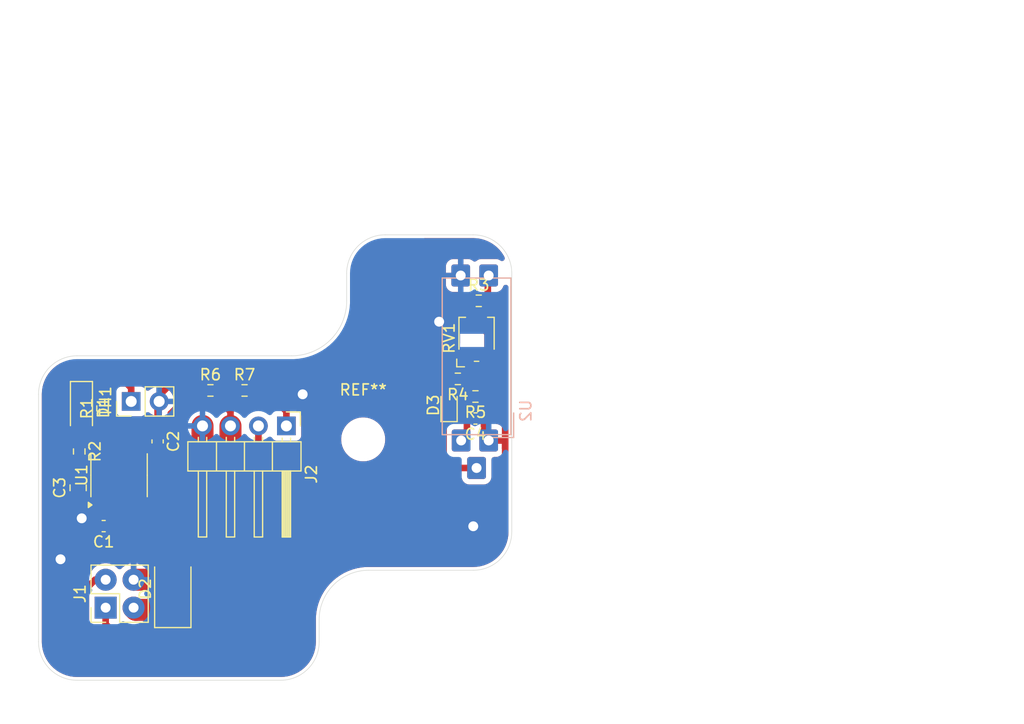
<source format=kicad_pcb>
(kicad_pcb (version 20240108) (generator "pcbnew") (generator_version "8.0")
  (layers (0 "F.Cu" signal) (31 "B.Cu" signal) (34 "B.Paste" user) (35 "F.Paste" user) (36 "B.SilkS" user "B.Silkscreen") (37 "F.SilkS" user "F.Silkscreen") (38 "B.Mask" user) (39 "F.Mask" user) (44 "Edge.Cuts" user))
  (net 0 "")
  (net 1 "/THR")
  (net 2 "GND")
  (net 3 "Net-(U1-CV)")
  (net 4 "+12V")
  (net 5 "Net-(D1-K)")
  (net 6 "Net-(D1-A)")
  (net 7 "/SPINDLE_SPEED")
  (net 8 "Net-(D3-A)")
  (net 9 "/FAN_SPEED")
  (net 10 "/PWM_5V")
  (net 11 "Net-(R3-Pad1)")
  (net 12 "Net-(U2-A)")
  (net 13 "/PWM")
  (footprint "Resistor_SMD:R_0603_1608Metric" (layer "F.Cu") (at 135.5 90.5)
    (property "Reference" "R3" (at 0 -1.43 360) (layer "F.SilkS"))
    (property "Value" "470")
    (fp_line (start -0.237258 -0.5225) (end 0.237258 -0.5225) (stroke (width 0.12)) (layer "F.SilkS"))
    (fp_line (start -0.237258 0.5225) (end 0.237258 0.5225) (stroke (width 0.12)) (layer "F.SilkS"))
    (pad "1" smd roundrect (at -0.825 0) (size 0.8 0.95) (layers "F.Cu" "F.Paste" "F.Mask") (net 11 "Net-(R3-Pad1)"))
    (pad "2" smd roundrect (at 0.825 0) (size 0.8 0.95) (layers "F.Cu" "F.Paste" "F.Mask") (net 12 "Net-(U2-A)"))
  )
  (footprint "Diode_SMD:D_0603_1608Metric" (layer "F.Cu") (at 132.8 100 90)
    (property "Reference" "D3" (at 0 -1.43 90) (layer "F.SilkS"))
    (property "Value" "LED")
    (fp_line (start 0.8 -0.735) (end -1.485 -0.735) (stroke (width 0.12)) (layer "F.SilkS"))
    (fp_line (start -1.485 -0.735) (end -1.485 0.735) (stroke (width 0.12)) (layer "F.SilkS"))
    (fp_line (start -1.485 0.735) (end 0.8 0.735) (stroke (width 0.12)) (layer "F.SilkS"))
    (pad "1" smd roundrect (at -0.7875 0 90) (size 0.875 0.95) (layers "F.Cu" "F.Paste" "F.Mask") (net 7 "/SPINDLE_SPEED"))
    (pad "2" smd roundrect (at 0.7875 0 90) (size 0.875 0.95) (layers "F.Cu" "F.Paste" "F.Mask") (net 8 "Net-(D3-A)"))
  )
  (footprint "Resistor_SMD:R_0603_1608Metric" (layer "F.Cu") (at 101.32 100.284908 90)
    (property "Reference" "R1" (at 0 -1.43 90) (layer "F.SilkS"))
    (property "Value" "15k")
    (fp_line (start -0.237258 -0.5225) (end 0.237258 -0.5225) (stroke (width 0.12)) (layer "F.SilkS"))
    (fp_line (start -0.237258 0.5225) (end 0.237258 0.5225) (stroke (width 0.12)) (layer "F.SilkS"))
    (pad "1" smd roundrect (at -0.825 0 90) (size 0.8 0.95) (layers "F.Cu" "F.Paste" "F.Mask") (net 1 "/THR"))
    (pad "2" smd roundrect (at 0.825 0 90) (size 0.8 0.95) (layers "F.Cu" "F.Paste" "F.Mask") (net 5 "Net-(D1-K)"))
  )
  (footprint "Connector_PinHeader_2.54mm:PinHeader_2x02_P2.54mm_Vertical" (layer "F.Cu") (at 101.6 118.4 90)
    (property "Reference" "J1" (at 1.27 -2.33 90) (layer "F.SilkS"))
    (property "Value" "GX12")
    (fp_line (start 3.87 -1.33) (end 3.87 3.87) (stroke (width 0.12)) (layer "F.SilkS"))
    (fp_line (start 1.27 -1.33) (end 3.87 -1.33) (stroke (width 0.12)) (layer "F.SilkS"))
    (fp_line (start -1.33 -1.33) (end 0 -1.33) (stroke (width 0.12)) (layer "F.SilkS"))
    (fp_line (start -1.33 0) (end -1.33 -1.33) (stroke (width 0.12)) (layer "F.SilkS"))
    (fp_line (start 1.27 1.27) (end 1.27 -1.33) (stroke (width 0.12)) (layer "F.SilkS"))
    (fp_line (start -1.33 1.27) (end 1.27 1.27) (stroke (width 0.12)) (layer "F.SilkS"))
    (fp_line (start -1.33 1.27) (end -1.33 3.87) (stroke (width 0.12)) (layer "F.SilkS"))
    (fp_line (start -1.33 3.87) (end 3.87 3.87) (stroke (width 0.12)) (layer "F.SilkS"))
    (pad "1" thru_hole rect (at 0 0 90) (size 2 2) (drill 0.9) (layers "*.Cu" "*.Mask") (net 9 "/FAN_SPEED"))
    (pad "2" thru_hole oval (at 2.54 0 90) (size 2 2) (drill 0.9) (layers "*.Cu" "*.Mask") (net 7 "/SPINDLE_SPEED"))
    (pad "3" thru_hole oval (at 2.54 2.54 90) (size 2 2) (drill 0.9) (layers "*.Cu" "*.Mask") (net 2 "GND"))
    (pad "4" thru_hole oval (at 0 2.54 90) (size 2 2) (drill 0.9) (layers "*.Cu" "*.Mask") (net 4 "+12V"))
  )
  (footprint "Resistor_SMD:R_0603_1608Metric" (layer "F.Cu") (at 114.22 98.65)
    (property "Reference" "R7" (at 0 -1.43 0) (layer "F.SilkS"))
    (property "Value" "1k")
    (fp_line (start -0.237258 -0.5225) (end 0.237258 -0.5225) (stroke (width 0.12)) (layer "F.SilkS"))
    (fp_line (start -0.237258 0.5225) (end 0.237258 0.5225) (stroke (width 0.12)) (layer "F.SilkS"))
    (pad "1" smd roundrect (at -0.825 0) (size 0.8 0.95) (layers "F.Cu" "F.Paste" "F.Mask") (net 10 "/PWM_5V"))
    (pad "2" smd roundrect (at 0.825 0) (size 0.8 0.95) (layers "F.Cu" "F.Paste" "F.Mask") (net 2 "GND"))
  )
  (footprint "Package_SO:SOIC-8_3.9x4.9mm_P1.27mm" (layer "F.Cu") (at 102.82 106.359908 90)
    (property "Reference" "U1" (at 0 -3.4 90) (layer "F.SilkS"))
    (property "Value" "NE555D")
    (fp_line (start 0 -2.56) (end 1.95 -2.56) (stroke (width 0.12)) (layer "F.SilkS"))
    (fp_line (start 0 -2.56) (end -1.95 -2.56) (stroke (width 0.12)) (layer "F.SilkS"))
    (fp_line (start 0 2.56) (end 1.95 2.56) (stroke (width 0.12)) (layer "F.SilkS"))
    (fp_line (start 0 2.56) (end -1.95 2.56) (stroke (width 0.12)) (layer "F.SilkS"))
    (fp_poly (pts (xy -2.7 -2.465) (xy -2.94 -2.795) (xy -2.46 -2.795) (xy -2.7 -2.465)) (stroke (width 0.12)) (fill solid) (layer "F.SilkS"))
    (pad "1" smd roundrect (at -2.475 -1.905 90) (size 1.95 0.6) (layers "F.Cu" "F.Paste" "F.Mask") (net 2 "GND"))
    (pad "2" smd roundrect (at -2.475 -0.635 90) (size 1.95 0.6) (layers "F.Cu" "F.Paste" "F.Mask") (net 1 "/THR"))
    (pad "3" smd roundrect (at -2.475 0.635 90) (size 1.95 0.6) (layers "F.Cu" "F.Paste" "F.Mask") (net 13 "/PWM"))
    (pad "4" smd roundrect (at -2.475 1.905 90) (size 1.95 0.6) (layers "F.Cu" "F.Paste" "F.Mask") (net 4 "+12V"))
    (pad "5" smd roundrect (at 2.475 1.905 90) (size 1.95 0.6) (layers "F.Cu" "F.Paste" "F.Mask") (net 3 "Net-(U1-CV)"))
    (pad "6" smd roundrect (at 2.475 0.635 90) (size 1.95 0.6) (layers "F.Cu" "F.Paste" "F.Mask") (net 1 "/THR"))
    (pad "7" smd roundrect (at 2.475 -0.635 90) (size 1.95 0.6) (layers "F.Cu" "F.Paste" "F.Mask") (net 6 "Net-(D1-A)"))
    (pad "8" smd roundrect (at 2.475 -1.905 90) (size 1.95 0.6) (layers "F.Cu" "F.Paste" "F.Mask") (net 4 "+12V"))
  )
  (footprint "Resistor_SMD:R_0603_1608Metric" (layer "F.Cu") (at 111.12 98.65)
    (property "Reference" "R6" (at 0 -1.43 0) (layer "F.SilkS"))
    (property "Value" "1.5k")
    (fp_line (start -0.237258 -0.5225) (end 0.237258 -0.5225) (stroke (width 0.12)) (layer "F.SilkS"))
    (fp_line (start -0.237258 0.5225) (end 0.237258 0.5225) (stroke (width 0.12)) (layer "F.SilkS"))
    (pad "1" smd roundrect (at -0.825 0) (size 0.8 0.95) (layers "F.Cu" "F.Paste" "F.Mask") (net 13 "/PWM"))
    (pad "2" smd roundrect (at 0.825 0) (size 0.8 0.95) (layers "F.Cu" "F.Paste" "F.Mask") (net 10 "/PWM_5V"))
  )
  (footprint "Resistor_SMD:R_0603_1608Metric" (layer "F.Cu") (at 133.6 97.6 180)
    (property "Reference" "R4" (at 0 -1.43 0) (layer "F.SilkS"))
    (property "Value" "10k")
    (fp_line (start -0.237258 0.5225) (end 0.237258 0.5225) (stroke (width 0.12)) (layer "F.SilkS"))
    (fp_line (start -0.237258 -0.5225) (end 0.237258 -0.5225) (stroke (width 0.12)) (layer "F.SilkS"))
    (pad "1" smd roundrect (at -0.825 0 180) (size 0.8 0.95) (layers "F.Cu" "F.Paste" "F.Mask") (net 8 "Net-(D3-A)"))
    (pad "2" smd roundrect (at 0.825 0 180) (size 0.8 0.95) (layers "F.Cu" "F.Paste" "F.Mask") (net 2 "GND"))
  )
  (footprint "Capacitor_SMD:C_0603_1608Metric" (layer "F.Cu") (at 106.32 103.284908 -90)
    (property "Reference" "C2" (at 0 -1.43 90) (layer "F.SilkS"))
    (property "Value" "100nF")
    (fp_line (start -0.14058 0.51) (end 0.14058 0.51) (stroke (width 0.12)) (layer "F.SilkS"))
    (fp_line (start -0.14058 -0.51) (end 0.14058 -0.51) (stroke (width 0.12)) (layer "F.SilkS"))
    (pad "1" smd roundrect (at -0.775 0 270) (size 0.9 0.95) (layers "F.Cu" "F.Paste" "F.Mask") (net 2 "GND"))
    (pad "2" smd roundrect (at 0.775 0 270) (size 0.9 0.95) (layers "F.Cu" "F.Paste" "F.Mask") (net 3 "Net-(U1-CV)"))
  )
  (footprint "MountingHole:MountingHole_3.5mm" (layer "F.Cu") (at 125 103.1)
    (property "Reference" "REF**" (at 0 -4.5 0) (layer "F.SilkS"))
    (property "Value" "MountingHole_3.5mm")
    (pad "" np_thru_hole circle (at 0 0) (size 3.5 3.5) (drill 3.5) (layers "*.Cu" "*.Mask"))
  )
  (footprint "Potentiometer_SMD:Potentiometer_Bourns_TC33X_Vertical" (layer "F.Cu") (at 135.3 93.9 90)
    (property "Reference" "RV1" (at 0 -2.5 90) (layer "F.SilkS"))
    (property "Value" "2k")
    (fp_line (start -1.9 -1.8) (end -2.6 -1.8) (stroke (width 0.12)) (layer "F.SilkS"))
    (fp_line (start -2.6 -1.8) (end -2.6 -1.1) (stroke (width 0.12)) (layer "F.SilkS"))
    (fp_line (start 1.9 -1.6) (end 1.9 -1) (stroke (width 0.12)) (layer "F.SilkS"))
    (fp_line (start -1 -1.6) (end 1.9 -1.6) (stroke (width 0.12)) (layer "F.SilkS"))
    (fp_line (start -2.1 -0.2) (end -2.1 0.2) (stroke (width 0.12)) (layer "F.SilkS"))
    (fp_line (start 1.9 1.6) (end 1.9 1) (stroke (width 0.12)) (layer "F.SilkS"))
    (fp_line (start -1 1.6) (end 1.9 1.6) (stroke (width 0.12)) (layer "F.SilkS"))
    (pad "1" smd rect (at -1.8 -1 90) (size 1.2 1.2) (layers "F.Cu" "F.Paste" "F.Mask") (net 4 "+12V"))
    (pad "2" smd rect (at 1.45 0 90) (size 1.5 1.6) (layers "F.Cu" "F.Paste" "F.Mask") (net 11 "Net-(R3-Pad1)"))
    (pad "3" smd rect (at -1.8 1 90) (size 1.2 1.2) (layers "F.Cu" "F.Paste" "F.Mask") (net 11 "Net-(R3-Pad1)"))
  )
  (footprint "Capacitor_SMD:C_0603_1608Metric" (layer "F.Cu") (at 135.2 101.2 180)
    (property "Reference" "C4" (at 0 -1.43 0) (layer "F.SilkS"))
    (property "Value" "100nF")
    (fp_line (start -0.14058 0.51) (end 0.14058 0.51) (stroke (width 0.12)) (layer "F.SilkS"))
    (fp_line (start -0.14058 -0.51) (end 0.14058 -0.51) (stroke (width 0.12)) (layer "F.SilkS"))
    (pad "1" smd roundrect (at -0.775 0 180) (size 0.9 0.95) (layers "F.Cu" "F.Paste" "F.Mask") (net 2 "GND"))
    (pad "2" smd roundrect (at 0.775 0 180) (size 0.9 0.95) (layers "F.Cu" "F.Paste" "F.Mask") (net 4 "+12V"))
  )
  (footprint "Capacitor_SMD:C_0805_2012Metric" (layer "F.Cu") (at 99.1 107.5 90)
    (property "Reference" "C3" (at 0 -1.68 90) (layer "F.SilkS"))
    (property "Value" "10µF")
    (fp_line (start -0.261252 -0.735) (end 0.261252 -0.735) (stroke (width 0.12)) (layer "F.SilkS"))
    (fp_line (start -0.261252 0.735) (end 0.261252 0.735) (stroke (width 0.12)) (layer "F.SilkS"))
    (pad "1" smd roundrect (at -0.95 0 90) (size 1 1.45) (layers "F.Cu" "F.Paste" "F.Mask") (net 2 "GND"))
    (pad "2" smd roundrect (at 0.95 0 90) (size 1 1.45) (layers "F.Cu" "F.Paste" "F.Mask") (net 4 "+12V"))
  )
  (footprint "Resistor_SMD:R_0603_1608Metric" (layer "F.Cu") (at 135.2 99.2 180)
    (property "Reference" "R5" (at 0 -1.43 0) (layer "F.SilkS"))
    (property "Value" "15k")
    (fp_line (start -0.237258 0.5225) (end 0.237258 0.5225) (stroke (width 0.12)) (layer "F.SilkS"))
    (fp_line (start -0.237258 -0.5225) (end 0.237258 -0.5225) (stroke (width 0.12)) (layer "F.SilkS"))
    (pad "1" smd roundrect (at -0.825 0 180) (size 0.8 0.95) (layers "F.Cu" "F.Paste" "F.Mask") (net 4 "+12V"))
    (pad "2" smd roundrect (at 0.825 0 180) (size 0.8 0.95) (layers "F.Cu" "F.Paste" "F.Mask") (net 8 "Net-(D3-A)"))
  )
  (footprint "Diode_SMD:D_SMA" (layer "F.Cu") (at 107.7 116.7 90)
    (property "Reference" "D2" (at 0 -2.5 90) (layer "F.SilkS"))
    (property "Value" "SMAJ13")
    (fp_line (start -3.51 -1.65) (end 2 -1.65) (stroke (width 0.12)) (layer "F.SilkS"))
    (fp_line (start -3.51 -1.65) (end -3.51 1.65) (stroke (width 0.12)) (layer "F.SilkS"))
    (fp_line (start -3.51 1.65) (end 2 1.65) (stroke (width 0.12)) (layer "F.SilkS"))
    (pad "1" smd roundrect (at -2 0 90) (size 2.5 1.8) (layers "F.Cu" "F.Paste" "F.Mask") (roundrect_rratio 0.1388888889) (net 4 "+12V"))
    (pad "2" smd roundrect (at 2 0 90) (size 2.5 1.8) (layers "F.Cu" "F.Paste" "F.Mask") (roundrect_rratio 0.1388888889) (net 2 "GND"))
  )
  (footprint "Capacitor_SMD:C_0603_1608Metric" (layer "F.Cu") (at 101.42 110.984908 180)
    (property "Reference" "C1" (at 0 -1.43 0) (layer "F.SilkS"))
    (property "Value" "10nF")
    (fp_line (start -0.14058 0.51) (end 0.14058 0.51) (stroke (width 0.12)) (layer "F.SilkS"))
    (fp_line (start -0.14058 -0.51) (end 0.14058 -0.51) (stroke (width 0.12)) (layer "F.SilkS"))
    (pad "1" smd roundrect (at -0.775 0 180) (size 0.9 0.95) (layers "F.Cu" "F.Paste" "F.Mask") (net 1 "/THR"))
    (pad "2" smd roundrect (at 0.775 0 180) (size 0.9 0.95) (layers "F.Cu" "F.Paste" "F.Mask") (net 2 "GND"))
  )
  (footprint "Resistor_SMD:R_0603_1608Metric" (layer "F.Cu") (at 99.2 104.2 -90)
    (property "Reference" "R2" (at 0 -1.43 90) (layer "F.SilkS"))
    (property "Value" "15k")
    (fp_line (start -0.237258 0.5225) (end 0.237258 0.5225) (stroke (width 0.12)) (layer "F.SilkS"))
    (fp_line (start -0.237258 -0.5225) (end 0.237258 -0.5225) (stroke (width 0.12)) (layer "F.SilkS"))
    (pad "1" smd roundrect (at -0.825 0 270) (size 0.8 0.95) (layers "F.Cu" "F.Paste" "F.Mask") (net 6 "Net-(D1-A)"))
    (pad "2" smd roundrect (at 0.825 0 270) (size 0.8 0.95) (layers "F.Cu" "F.Paste" "F.Mask") (net 4 "+12V"))
  )
  (footprint "Connector_PinHeader_2.54mm:PinHeader_1x02_P2.54mm_Vertical" (layer "F.Cu") (at 103.92 99.65 90)
    (property "Reference" "TH1" (at 0 -2.33 90) (layer "F.SilkS"))
    (property "Value" "NTC 100k")
    (fp_line (start -1.33 -1.33) (end 0 -1.33) (stroke (width 0.12)) (layer "F.SilkS"))
    (fp_line (start -1.33 0) (end -1.33 -1.33) (stroke (width 0.12)) (layer "F.SilkS"))
    (fp_line (start 1.33 1.27) (end 1.33 3.87) (stroke (width 0.12)) (layer "F.SilkS"))
    (fp_line (start -1.33 1.27) (end 1.33 1.27) (stroke (width 0.12)) (layer "F.SilkS"))
    (fp_line (start -1.33 1.27) (end -1.33 3.87) (stroke (width 0.12)) (layer "F.SilkS"))
    (fp_line (start -1.33 3.87) (end 1.33 3.87) (stroke (width 0.12)) (layer "F.SilkS"))
    (pad "1" thru_hole rect (at 0 0 90) (size 1.7 1.7) (drill 1) (layers "*.Cu" "*.Mask") (net 5 "Net-(D1-K)"))
    (pad "2" thru_hole oval (at 0 2.54 90) (size 1.7 1.7) (drill 1) (layers "*.Cu" "*.Mask") (net 2 "GND"))
  )
  (footprint "Connector_PinHeader_2.54mm:PinHeader_1x04_P2.54mm_Horizontal" (layer "F.Cu") (at 118.02 101.875 -90)
    (property "Reference" "J2" (at 4.385 -2.27 90) (layer "F.SilkS"))
    (property "Value" "Fan")
    (fp_line (start 1.44 8.95) (end 4.1 8.95) (stroke (width 0.12)) (layer "F.SilkS"))
    (fp_line (start 4.1 8.95) (end 4.1 -1.33) (stroke (width 0.12)) (layer "F.SilkS"))
    (fp_line (start 1.042929 8) (end 1.44 8) (stroke (width 0.12)) (layer "F.SilkS"))
    (fp_line (start 10.1 8) (end 4.1 8) (stroke (width 0.12)) (layer "F.SilkS"))
    (fp_line (start 1.042929 7.24) (end 1.44 7.24) (stroke (width 0.12)) (layer "F.SilkS"))
    (fp_line (start 4.1 7.24) (end 10.1 7.24) (stroke (width 0.12)) (layer "F.SilkS"))
    (fp_line (start 10.1 7.24) (end 10.1 8) (stroke (width 0.12)) (layer "F.SilkS"))
    (fp_line (start 1.44 6.35) (end 4.1 6.35) (stroke (width 0.12)) (layer "F.SilkS"))
    (fp_line (start 1.042929 5.46) (end 1.44 5.46) (stroke (width 0.12)) (layer "F.SilkS"))
    (fp_line (start 10.1 5.46) (end 4.1 5.46) (stroke (width 0.12)) (layer "F.SilkS"))
    (fp_line (start 1.042929 4.7) (end 1.44 4.7) (stroke (width 0.12)) (layer "F.SilkS"))
    (fp_line (start 4.1 4.7) (end 10.1 4.7) (stroke (width 0.12)) (layer "F.SilkS"))
    (fp_line (start 10.1 4.7) (end 10.1 5.46) (stroke (width 0.12)) (layer "F.SilkS"))
    (fp_line (start 1.44 3.81) (end 4.1 3.81) (stroke (width 0.12)) (layer "F.SilkS"))
    (fp_line (start 1.042929 2.92) (end 1.44 2.92) (stroke (width 0.12)) (layer "F.SilkS"))
    (fp_line (start 10.1 2.92) (end 4.1 2.92) (stroke (width 0.12)) (layer "F.SilkS"))
    (fp_line (start 1.042929 2.16) (end 1.44 2.16) (stroke (width 0.12)) (layer "F.SilkS"))
    (fp_line (start 4.1 2.16) (end 10.1 2.16) (stroke (width 0.12)) (layer "F.SilkS"))
    (fp_line (start 10.1 2.16) (end 10.1 2.92) (stroke (width 0.12)) (layer "F.SilkS"))
    (fp_line (start 1.44 1.27) (end 4.1 1.27) (stroke (width 0.12)) (layer "F.SilkS"))
    (fp_line (start 1.11 0.38) (end 1.44 0.38) (stroke (width 0.12)) (layer "F.SilkS"))
    (fp_line (start 10.1 0.38) (end 4.1 0.38) (stroke (width 0.12)) (layer "F.SilkS"))
    (fp_line (start 4.1 0.28) (end 10.1 0.28) (stroke (width 0.12)) (layer "F.SilkS"))
    (fp_line (start 4.1 0.16) (end 10.1 0.16) (stroke (width 0.12)) (layer "F.SilkS"))
    (fp_line (start 4.1 0.04) (end 10.1 0.04) (stroke (width 0.12)) (layer "F.SilkS"))
    (fp_line (start -1.27 0) (end -1.27 -1.27) (stroke (width 0.12)) (layer "F.SilkS"))
    (fp_line (start 4.1 -0.08) (end 10.1 -0.08) (stroke (width 0.12)) (layer "F.SilkS"))
    (fp_line (start 4.1 -0.2) (end 10.1 -0.2) (stroke (width 0.12)) (layer "F.SilkS"))
    (fp_line (start 4.1 -0.32) (end 10.1 -0.32) (stroke (width 0.12)) (layer "F.SilkS"))
    (fp_line (start 1.11 -0.38) (end 1.44 -0.38) (stroke (width 0.12)) (layer "F.SilkS"))
    (fp_line (start 4.1 -0.38) (end 10.1 -0.38) (stroke (width 0.12)) (layer "F.SilkS"))
    (fp_line (start 10.1 -0.38) (end 10.1 0.38) (stroke (width 0.12)) (layer "F.SilkS"))
    (fp_line (start -1.27 -1.27) (end 0 -1.27) (stroke (width 0.12)) (layer "F.SilkS"))
    (fp_line (start 1.44 -1.33) (end 1.44 8.95) (stroke (width 0.12)) (layer "F.SilkS"))
    (fp_line (start 4.1 -1.33) (end 1.44 -1.33) (stroke (width 0.12)) (layer "F.SilkS"))
    (pad "1" thru_hole rect (at 0 0 270) (size 1.7 1.7) (drill 1) (layers "*.Cu" "*.Mask") (net 10 "/PWM_5V"))
    (pad "2" thru_hole oval (at 0 2.54 270) (size 1.7 1.7) (drill 1) (layers "*.Cu" "*.Mask") (net 9 "/FAN_SPEED"))
    (pad "3" thru_hole oval (at 0 5.08 270) (size 1.7 1.7) (drill 1) (layers "*.Cu" "*.Mask") (net 4 "+12V"))
    (pad "4" thru_hole oval (at 0 7.62 270) (size 1.7 1.7) (drill 1) (layers "*.Cu" "*.Mask") (net 2 "GND"))
  )
  (footprint "Diode_SMD:D_SOD-123" (layer "F.Cu") (at 99.4 100.2 -90)
    (property "Reference" "D1" (at 0 -2 90) (layer "F.SilkS"))
    (property "Value" "BAT54W")
    (fp_line (start -2.36 1) (end 1.65 1) (stroke (width 0.12)) (layer "F.SilkS"))
    (fp_line (start -2.36 -1) (end -2.36 1) (stroke (width 0.12)) (layer "F.SilkS"))
    (fp_line (start -2.36 -1) (end 1.65 -1) (stroke (width 0.12)) (layer "F.SilkS"))
    (pad "1" smd roundrect (at -1.65 0 270) (size 0.9 1.2) (layers "F.Cu" "F.Paste" "F.Mask") (net 5 "Net-(D1-K)"))
    (pad "2" smd roundrect (at 1.65 0 270) (size 0.9 1.2) (layers "F.Cu" "F.Paste" "F.Mask") (net 6 "Net-(D1-A)"))
  )
  (footprint "OptoDevice:Kodenshi_LG206D" (layer "B.Cu") (at 135.4 95.7 90)
    (property "Reference" "U2" (at -4.8 4.37 -90) (layer "B.SilkS") (effects (justify mirror)))
    (property "Value" "SY310")
    (fp_line (start 7.27 -3.22) (end 7.27 3.02) (stroke (width 0.12)) (layer "B.SilkS"))
    (fp_line (start -6.97 -3.22) (end 7.27 -3.22) (stroke (width 0.12)) (layer "B.SilkS"))
    (fp_line (start 7.27 3.02) (end -6.97 3.02) (stroke (width 0.12)) (layer "B.SilkS"))
    (fp_line (start -6.97 3.02) (end -6.97 -3.22) (stroke (width 0.12)) (layer "B.SilkS"))
    (fp_line (start -5 3.27) (end -7.23 3.27) (stroke (width 0.12)) (layer "B.SilkS"))
    (fp_line (start -7.23 3.27) (end -7.23 1.17) (stroke (width 0.12)) (layer "B.SilkS"))
    (pad "1" thru_hole roundrect (at -7.5 -1.5 90) (size 2 1.7) (drill 0.9) (layers "*.Cu" "*.Mask") (roundrect_rratio 0.125) (net 4 "+12V"))
    (pad "2" thru_hole roundrect (at -10 -0.1 90) (size 2 1.7) (drill 0.9) (layers "*.Cu" "*.Mask") (roundrect_rratio 0.125) (net 7 "/SPINDLE_SPEED"))
    (pad "3" thru_hole roundrect (at -7.5 1 90) (size 2 1.7) (drill 0.9) (layers "*.Cu" "*.Mask") (roundrect_rratio 0.125) (net 2 "GND"))
    (pad "4" thru_hole roundrect (at 7.5 1 90) (size 2 1.7) (drill 0.9) (layers "*.Cu" "*.Mask") (roundrect_rratio 0.125) (net 12 "Net-(U2-A)"))
    (pad "5" thru_hole roundrect (at 7.5 -1.54 90) (size 2 1.7) (drill 0.9) (layers "*.Cu" "*.Mask") (roundrect_rratio 0.125) (net 2 "GND"))
  )
  (gr_arc (start 95.5 99) (mid 96.525126 96.525126) (end 99 95.5) (stroke (width 0.05)) (layer "Edge.Cuts"))
  (gr_arc (start 135 84.5) (mid 137.474874 85.525126) (end 138.5 88) (stroke (width 0.05)) (layer "Edge.Cuts"))
  (gr_line (start 117.5 125) (end 99 125) (stroke (width 0.05)) (layer "Edge.Cuts"))
  (gr_arc (start 123.5 90.5) (mid 122.035534 94.035534) (end 118.5 95.5) (stroke (width 0.05)) (layer "Edge.Cuts"))
  (gr_line (start 127 84.5) (end 135 84.5) (stroke (width 0.05)) (layer "Edge.Cuts"))
  (gr_arc (start 123.5 88) (mid 124.525126 85.525126) (end 127 84.5) (stroke (width 0.05)) (layer "Edge.Cuts"))
  (gr_line (start 99 95.5) (end 118.5 95.5) (stroke (width 0.05)) (layer "Edge.Cuts"))
  (gr_line (start 95.5 121.5) (end 95.5 99) (stroke (width 0.05)) (layer "Edge.Cuts"))
  (gr_line (start 138.5 111.5) (end 138.5 88) (stroke (width 0.05)) (layer "Edge.Cuts"))
  (gr_line (start 123.5 90.5) (end 123.5 88) (stroke (width 0.05)) (layer "Edge.Cuts"))
  (gr_line (start 121 119.5) (end 121 121.5) (stroke (width 0.05)) (layer "Edge.Cuts"))
  (gr_arc (start 99 125) (mid 96.525126 123.974874) (end 95.5 121.5) (stroke (width 0.05)) (layer "Edge.Cuts"))
  (gr_arc (start 121 119.5) (mid 122.318019 116.318019) (end 125.5 115) (stroke (width 0.05)) (layer "Edge.Cuts"))
  (gr_arc (start 138.5 111.5) (mid 137.474874 113.974874) (end 135 115) (stroke (width 0.05)) (layer "Edge.Cuts"))
  (gr_arc (start 121 121.5) (mid 119.974874 123.974874) (end 117.5 125) (stroke (width 0.05)) (layer "Edge.Cuts"))
  (gr_line (start 135 115) (end 125.5 115) (stroke (width 0.05)) (layer "Edge.Cuts"))
  (gr_text "FANCTRL\n2024" (at 129.9 95.3 90) (layer "F.Cu") (effects (font (size 1.5 1.5) (thickness 0.3) (bold yes)) (justify left bottom)))
  (segment (start 102.185 107.219908) (end 103.455 105.949908) (width 0.6) (layer "F.Cu") (net 1))
  (segment (start 103.455 105.949908) (end 103.455 103.884908) (width 0.6) (layer "F.Cu") (net 1))
  (segment (start 102.185 108.834908) (end 102.185 110.974908) (width 0.6) (layer "F.Cu") (net 1))
  (segment (start 103.455 102.155) (end 102.409908 101.109908) (width 0.6) (layer "F.Cu") (net 1))
  (segment (start 102.185 110.974908) (end 102.195 110.984908) (width 0.6) (layer "F.Cu") (net 1))
  (segment (start 103.455 103.884908) (end 103.455 102.155) (width 0.6) (layer "F.Cu") (net 1))
  (segment (start 102.409908 101.109908) (end 101.32 101.109908) (width 0.6) (layer "F.Cu") (net 1))
  (segment (start 102.185 108.834908) (end 102.185 107.219908) (width 0.6) (layer "F.Cu") (net 1))
  (segment (start 114.87 97.5) (end 108.07 97.5) (width 0.6) (layer "F.Cu") (net 2))
  (segment (start 100.915 110.714908) (end 100.645 110.984908) (width 0.6) (layer "F.Cu") (net 2))
  (segment (start 106.74 115.86) (end 110.4 112.2) (width 2) (layer "F.Cu") (net 2))
  (segment (start 106.32 99.79) (end 106.46 99.65) (width 0.6) (layer "F.Cu") (net 2))
  (segment (start 108.07 97.5) (end 106.46 99.11) (width 0.6) (layer "F.Cu") (net 2))
  (segment (start 114.97 97.6) (end 114.87 97.5) (width 0.6) (layer "F.Cu") (net 2))
  (segment (start 137.9 109) (end 135.9 111) (width 0.6) (layer "F.Cu") (net 2))
  (segment (start 137.9 103.9) (end 137.9 109) (width 0.6) (layer "F.Cu") (net 2))
  (segment (start 104.14 115.86) (end 106.74 115.86) (width 2) (layer "F.Cu") (net 2))
  (segment (start 99.484908 108.834908) (end 99.1 108.45) (width 0.6) (layer "F.Cu") (net 2))
  (segment (start 106.32 102.509908) (end 106.32 99.79) (width 0.6) (layer "F.Cu") (net 2))
  (segment (start 100.915 108.834908) (end 99.484908 108.834908) (width 0.6) (layer "F.Cu") (net 2))
  (segment (start 132.775 97.6) (end 114.97 97.6) (width 0.6) (layer "F.Cu") (net 2))
  (segment (start 135.975 101.2) (end 135.975 102.775) (width 0.6) (layer "F.Cu") (net 2))
  (segment (start 135.975 102.775) (end 136.4 103.2) (width 0.6) (layer "F.Cu") (net 2))
  (segment (start 110.4 105.25) (end 110.4 103.15) (width 2) (layer "F.Cu") (net 2))
  (segment (start 119.5 99) (end 119.15 98.65) (width 0.6) (layer "F.Cu") (net 2))
  (segment (start 135.9 111) (end 135 111) (width 0.6) (layer "F.Cu") (net 2))
  (segment (start 137.9 103.2) (end 137.9 103.9) (width 0.6) (layer "F.Cu") (net 2))
  (segment (start 110.125 110.625) (end 110.4 110.35) (width 0.6) (layer "F.Cu") (net 2))
  (segment (start 119.15 98.65) (end 115.045 98.65) (width 0.6) (layer "F.Cu") (net 2))
  (segment (start 100.915 108.834908) (end 100.915 110.714908) (width 0.6) (layer "F.Cu") (net 2))
  (segment (start 106.46 99.11) (end 106.46 99.65) (width 0.6) (layer "F.Cu") (net 2))
  (segment (start 100.13265 110.984908) (end 100.645 110.984908) (width 0.6) (layer "F.Cu") (net 2))
  (segment (start 115.045 97.675) (end 114.87 97.5) (width 0.6) (layer "F.Cu") (net 2))
  (segment (start 110.15 102.9) (end 110.4 103.15) (width 0.6) (layer "F.Cu") (net 2))
  (segment (start 136.4 103.2) (end 137.9 103.2) (width 0.6) (layer "F.Cu") (net 2))
  (segment (start 99.423871 110.276129) (end 100.13265 110.984908) (width 0.6) (layer "F.Cu") (net 2))
  (segment (start 110.4 103.15) (end 110.4 101.875) (width 2) (layer "F.Cu") (net 2))
  (segment (start 133.775 88.285) (end 133.86 88.2) (width 0.6) (layer "F.Cu") (net 2))
  (segment (start 110.4 110.35) (end 110.4 105.25) (width 0.6) (layer "F.Cu") (net 2))
  (segment (start 115.045 98.65) (end 115.045 97.675) (width 0.6) (layer "F.Cu") (net 2))
  (segment (start 137.9 103.9) (end 137.9 100.6) (width 0.6) (layer "F.Cu") (net 2))
  (segment (start 110.4 112.2) (end 110.4 105.25) (width 2) (layer "F.Cu") (net 2))
  (via (at 131.9 92.4) (size 2) (drill 0.9) (layers "F.Cu" "B.Cu") (net 2))
  (via (at 97.5 114) (size 2) (drill 0.9) (layers "F.Cu" "B.Cu") (net 2))
  (via (at 119.5 99) (size 2) (drill 0.9) (layers "F.Cu" "B.Cu") (net 2))
  (via (at 99.423871 110.276129) (size 2) (drill 0.9) (layers "F.Cu" "B.Cu") (net 2))
  (via (at 135 111) (size 2) (drill 0.9) (layers "F.Cu" "B.Cu") (net 2))
  (segment (start 106.32 104.059908) (end 104.9 104.059908) (width 0.6) (layer "F.Cu") (net 3))
  (segment (start 104.9 104.059908) (end 104.725 103.884908) (width 0.6) (layer "F.Cu") (net 3))
  (segment (start 99.2 105.025) (end 99.2 106.45) (width 0.6) (layer "F.Cu") (net 4))
  (segment (start 99.1 106.55) (end 100.05 106.55) (width 0.6) (layer "F.Cu") (net 4))
  (segment (start 136.025 99.50204) (end 134.425 101.10204) (width 0.6) (layer "F.Cu") (net 4))
  (segment (start 109.62 100.05) (end 108.42 101.25) (width 0.6) (layer "F.Cu") (net 4))
  (segment (start 97.6 105.495) (end 97.6 106.7) (width 0.6) (layer "F.Cu") (net 4))
  (segment (start 97.6 111.4) (end 98.3 112.1) (width 0.6) (layer "F.Cu") (net 4))
  (segment (start 133.7 96.3) (end 99.2 96.3) (width 0.6) (layer "F.Cu") (net 4))
  (segment (start 100.915 105.685) (end 100.915 103.884908) (width 0.6) (layer "F.Cu") (net 4))
  (segment (start 97.95 106.55) (end 99.1 106.55) (width 0.6) (layer "F.Cu") (net 4))
  (segment (start 112.94 113.36) (end 107.7 118.6) (width 2) (layer "F.Cu") (net 4))
  (segment (start 112.94 101.875) (end 112.94 100.57) (width 0.6) (layer "F.Cu") (net 4))
  (segment (start 103.225 112.1) (end 104.725 110.6) (width 0.6) (layer "F.Cu") (net 4))
  (segment (start 112.42 100.05) (end 109.62 100.05) (width 0.6) (layer "F.Cu") (net 4))
  (segment (start 134.425 101.2) (end 134.425 102.675) (width 0.6) (layer "F.Cu") (net 4))
  (segment (start 107.7 118.6) (end 104.34 118.6) (width 2) (layer "F.Cu") (net 4))
  (segment (start 99.2 106.45) (end 99.1 106.55) (width 0.6) (layer "F.Cu") (net 4))
  (segment (start 108.42 101.25) (end 108.42 107.88) (width 0.6) (layer "F.Cu") (net 4))
  (segment (start 97.6 106.7) (end 97.7 106.8) (width 0.6) (layer "F.Cu") (net 4))
  (segment (start 134.736912 96.3) (end 136.025 97.588088) (width 0.6) (layer "F.Cu") (net 4))
  (segment (start 97.7 106.8) (end 97.95 106.55) (width 0.6) (layer "F.Cu") (net 4))
  (segment (start 134.425 101.10204) (end 134.425 101.2) (width 0.6) (layer "F.Cu") (net 4))
  (segment (start 136.025 99.2) (end 136.025 99.50204) (width 0.6) (layer "F.Cu") (net 4))
  (segment (start 105.7 110.6) (end 104.725 110.6) (width 0.6) (layer "F.Cu") (net 4))
  (segment (start 99.2 96.3) (end 97.6 97.9) (width 0.6) (layer "F.Cu") (net 4))
  (segment (start 112.94 101.875) (end 112.94 113.36) (width 2) (layer "F.Cu") (net 4))
  (segment (start 136.025 97.588088) (end 136.025 99.2) (width 0.6) (layer "F.Cu") (net 4))
  (segment (start 104.34 118.6) (end 104.14 118.4) (width 2) (layer "F.Cu") (net 4))
  (segment (start 134.3 95.7) (end 133.7 96.3) (width 0.6) (layer "F.Cu") (net 4))
  (segment (start 97.6 105.495) (end 97.6 111.4) (width 0.6) (layer "F.Cu") (net 4))
  (segment (start 133.7 96.3) (end 134.736912 96.3) (width 0.6) (layer "F.Cu") (net 4))
  (segment (start 104.725 110.6) (end 104.725 108.834908) (width 0.6) (layer "F.Cu") (net 4))
  (segment (start 134.425 102.675) (end 133.9 103.2) (width 0.6) (layer "F.Cu") (net 4))
  (segment (start 112.94 100.57) (end 112.42 100.05) (width 0.6) (layer "F.Cu") (net 4))
  (segment (start 108.42 107.88) (end 105.7 110.6) (width 0.6) (layer "F.Cu") (net 4))
  (segment (start 100.05 106.55) (end 100.915 105.685) (width 0.6) (layer "F.Cu") (net 4))
  (segment (start 97.6 97.9) (end 97.6 105.495) (width 0.6) (layer "F.Cu") (net 4))
  (segment (start 98.3 112.1) (end 103.225 112.1) (width 0.6) (layer "F.Cu") (net 4))
  (segment (start 103.5 98) (end 101.5 98) (width 0.6) (layer "F.Cu") (net 5))
  (segment (start 101.32 98.18) (end 101.5 98) (width 0.6) (layer "F.Cu") (net 5))
  (segment (start 103.92 98.42) (end 103.5 98) (width 0.6) (layer "F.Cu") (net 5))
  (segment (start 101.5 98) (end 99.95 98) (width 0.6) (layer "F.Cu") (net 5))
  (segment (start 101.32 99.459908) (end 101.32 98.18) (width 0.6) (layer "F.Cu") (net 5))
  (segment (start 103.92 99.65) (end 103.92 98.42) (width 0.6) (layer "F.Cu") (net 5))
  (segment (start 99.95 98) (end 99.4 98.55) (width 0.6) (layer "F.Cu") (net 5))
  (segment (start 99.2 103.375) (end 99.2 102.05) (width 0.6) (layer "F.Cu") (net 6))
  (segment (start 99.2 102.05) (end 99.4 101.85) (width 0.6) (layer "F.Cu") (net 6))
  (segment (start 102.185 103.884908) (end 102.185 102.909909) (width 0.6) (layer "F.Cu") (net 6))
  (segment (start 101.475091 102.2) (end 99.75 102.2) (width 0.6) (layer "F.Cu") (net 6))
  (segment (start 99.75 102.2) (end 99.4 101.85) (width 0.6) (layer "F.Cu") (net 6))
  (segment (start 102.185 102.909909) (end 101.475091 102.2) (width 0.6) (layer "F.Cu") (net 6))
  (segment (start 100.64 115.86) (end 99.8 116.7) (width 0.6) (layer "F.Cu") (net 7))
  (segment (start 101.4 121.5) (end 111 121.5) (width 0.6) (layer "F.Cu") (net 7))
  (segment (start 101.6 115.86) (end 100.64 115.86) (width 0.6) (layer "F.Cu") (net 7))
  (segment (start 99.8 119.9) (end 101.4 121.5) (width 0.6) (layer "F.Cu") (net 7))
  (segment (start 111 121.5) (end 122.7 109.8) (width 0.6) (layer "F.Cu") (net 7))
  (segment (start 128.2 109.8) (end 132.3 105.7) (width 0.6) (layer "F.Cu") (net 7))
  (segment (start 99.8 116.7) (end 99.8 119.9) (width 0.6) (layer "F.Cu") (net 7))
  (segment (start 132.3 105.7) (end 135.3 105.7) (width 0.6) (layer "F.Cu") (net 7))
  (segment (start 132.3 105.7) (end 132.3 101.2875) (width 0.6) (layer "F.Cu") (net 7))
  (segment (start 122.7 109.8) (end 128.2 109.8) (width 0.6) (layer "F.Cu") (net 7))
  (segment (start 132.3 101.2875) (end 132.8 100.7875) (width 0.6) (layer "F.Cu") (net 7))
  (segment (start 134.425 99.15) (end 134.375 99.2) (width 0.6) (layer "F.Cu") (net 8))
  (segment (start 132.8 99.2125) (end 134.3625 99.2125) (width 0.6) (layer "F.Cu") (net 8))
  (segment (start 134.3625 99.2125) (end 134.375 99.2) (width 0.6) (layer "F.Cu") (net 8))
  (segment (start 134.425 97.6) (end 134.425 99.15) (width 0.6) (layer "F.Cu") (net 8))
  (segment (start 115.48 114.79) (end 109.67 120.6) (width 0.6) (layer "F.Cu") (net 9))
  (segment (start 102.3 120.6) (end 101.6 119.9) (width 0.6) (layer "F.Cu") (net 9))
  (segment (start 109.67 120.6) (end 102.3 120.6) (width 0.6) (layer "F.Cu") (net 9))
  (segment (start 115.48 101.875) (end 115.48 114.79) (width 0.6) (layer "F.Cu") (net 9))
  (segment (start 101.6 119.9) (end 101.6 118.4) (width 0.6) (layer "F.Cu") (net 9))
  (segment (start 117.42 99.95) (end 118.02 100.55) (width 0.6) (layer "F.Cu") (net 10))
  (segment (start 114.12 99.95) (end 117.42 99.95) (width 0.6) (layer "F.Cu") (net 10))
  (segment (start 113.395 99.225) (end 114.12 99.95) (width 0.6) (layer "F.Cu") (net 10))
  (segment (start 118.02 100.55) (end 118.02 101.875) (width 0.6) (layer "F.Cu") (net 10))
  (segment (start 113.395 98.65) (end 113.395 99.225) (width 0.6) (layer "F.Cu") (net 10))
  (segment (start 111.945 98.65) (end 113.395 98.65) (width 0.6) (layer "F.Cu") (net 10))
  (segment (start 134.675 91.825) (end 135.3 92.45) (width 0.6) (layer "F.Cu") (net 11))
  (segment (start 134.675 90.5) (end 134.675 91.825) (width 0.6) (layer "F.Cu") (net 11))
  (segment (start 136.3 95.7) (end 136.3 93.45) (width 0.6) (layer "F.Cu") (net 11))
  (segment (start 136.3 93.45) (end 135.3 92.45) (width 0.6) (layer "F.Cu") (net 11))
  (segment (start 135.425 92.325) (end 135.3 92.45) (width 0.6) (layer "F.Cu") (net 11))
  (segment (start 136.325 90.5) (end 136.325 88.275) (width 0.6) (layer "F.Cu") (net 12))
  (segment (start 136.325 88.275) (end 136.4 88.2) (width 0.6) (layer "F.Cu") (net 12))
  (segment (start 109.62 98.65) (end 107.52 100.75) (width 0.6) (layer "F.Cu") (net 13))
  (segment (start 107.52 100.75) (end 107.52 105.48) (width 0.6) (layer "F.Cu") (net 13))
  (segment (start 103.455 107.615) (end 103.455 108.834908) (width 0.6) (layer "F.Cu") (net 13))
  (segment (start 106.05 106.95) (end 104.12 106.95) (width 0.6) (layer "F.Cu") (net 13))
  (segment (start 104.12 106.95) (end 103.455 107.615) (width 0.6) (layer "F.Cu") (net 13))
  (segment (start 107.52 105.48) (end 106.05 106.95) (width 0.6) (layer "F.Cu") (net 13))
  (segment (start 110.295 98.65) (end 109.62 98.65) (width 0.6) (layer "F.Cu") (net 13))
  (zone (net 2) (net_name "GND") (layers "F&B.Cu") (connect_pads (clearance 0.5)) (min_thickness 0.5) (fill yes (thermal_gap 0.5) (thermal_bridge_width 0.5))
    (polygon (pts (xy 140.5 129) (xy 92 129) (xy 92 83) (xy 140.5 83)))
    (polygon (pts (xy 133.8 94.7) (xy 136 94.7) (xy 136 93.5) (xy 133.8 93.5)))
  )
)
</source>
